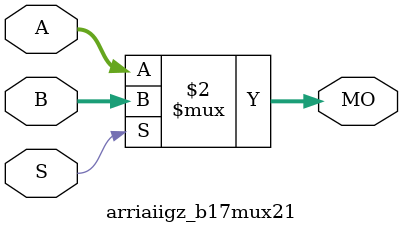
<source format=v>
module arriaiigz_b17mux21 (MO, A, B, S);
   input [16:0] A, B;
   input 	S;
   output [16:0] MO; 
   assign MO = (S == 1) ? B : A; 
endmodule
</source>
